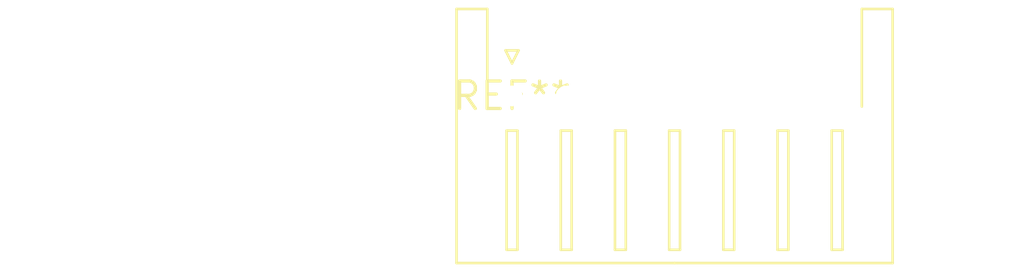
<source format=kicad_pcb>
(kicad_pcb (version 20240108) (generator pcbnew)
  (layers (0 "F.Cu" signal) (31 "B.Cu" signal) (34 "B.Paste" user) (35 "F.Paste" user) (36 "B.SilkS" user "B.Silkscreen") (37 "F.SilkS" user "F.Silkscreen") (38 "B.Mask" user) (39 "F.Mask" user) (44 "Edge.Cuts" user))
  (net 0 "")
  (footprint "JST_XH_S7B-XH-A-1_1x07_P2.50mm_Horizontal" (layer "F.Cu") (at 0 0)
    (property "Reference" "REF**")
    (property "Value" "JST_XH_S7B-XH-A-1_1x07_P2.50mm_Horizontal")
    (fp_line (start -2.56 -4.01) (end -1.14 -4.01) (layer "F.SilkS") (stroke (width 0.12)))
    (fp_line (start -2.56 7.71) (end -2.56 -4.01) (layer "F.SilkS") (stroke (width 0.12)))
    (fp_line (start -1.14 -4.01) (end -1.14 0.49) (layer "F.SilkS") (stroke (width 0.12)))
    (fp_line (start -0.3 -2.1) (end 0.3 -2.1) (layer "F.SilkS") (stroke (width 0.12)))
    (fp_line (start -0.25 1.6) (end -0.25 7.1) (layer "F.SilkS") (stroke (width 0.12)))
    (fp_line (start -0.25 7.1) (end 0.25 7.1) (layer "F.SilkS") (stroke (width 0.12)))
    (fp_line (start 0 -1.5) (end -0.3 -2.1) (layer "F.SilkS") (stroke (width 0.12)))
    (fp_line (start 0.25 1.6) (end -0.25 1.6) (layer "F.SilkS") (stroke (width 0.12)))
    (fp_line (start 0.25 7.1) (end 0.25 1.6) (layer "F.SilkS") (stroke (width 0.12)))
    (fp_line (start 0.3 -2.1) (end 0 -1.5) (layer "F.SilkS") (stroke (width 0.12)))
    (fp_line (start 2.25 1.6) (end 2.25 7.1) (layer "F.SilkS") (stroke (width 0.12)))
    (fp_line (start 2.25 7.1) (end 2.75 7.1) (layer "F.SilkS") (stroke (width 0.12)))
    (fp_line (start 2.75 1.6) (end 2.25 1.6) (layer "F.SilkS") (stroke (width 0.12)))
    (fp_line (start 2.75 7.1) (end 2.75 1.6) (layer "F.SilkS") (stroke (width 0.12)))
    (fp_line (start 4.75 1.6) (end 4.75 7.1) (layer "F.SilkS") (stroke (width 0.12)))
    (fp_line (start 4.75 7.1) (end 5.25 7.1) (layer "F.SilkS") (stroke (width 0.12)))
    (fp_line (start 5.25 1.6) (end 4.75 1.6) (layer "F.SilkS") (stroke (width 0.12)))
    (fp_line (start 5.25 7.1) (end 5.25 1.6) (layer "F.SilkS") (stroke (width 0.12)))
    (fp_line (start 7.25 1.6) (end 7.25 7.1) (layer "F.SilkS") (stroke (width 0.12)))
    (fp_line (start 7.25 7.1) (end 7.75 7.1) (layer "F.SilkS") (stroke (width 0.12)))
    (fp_line (start 7.5 7.71) (end -2.56 7.71) (layer "F.SilkS") (stroke (width 0.12)))
    (fp_line (start 7.5 7.71) (end 17.56 7.71) (layer "F.SilkS") (stroke (width 0.12)))
    (fp_line (start 7.75 1.6) (end 7.25 1.6) (layer "F.SilkS") (stroke (width 0.12)))
    (fp_line (start 7.75 7.1) (end 7.75 1.6) (layer "F.SilkS") (stroke (width 0.12)))
    (fp_line (start 9.75 1.6) (end 9.75 7.1) (layer "F.SilkS") (stroke (width 0.12)))
    (fp_line (start 9.75 7.1) (end 10.25 7.1) (layer "F.SilkS") (stroke (width 0.12)))
    (fp_line (start 10.25 1.6) (end 9.75 1.6) (layer "F.SilkS") (stroke (width 0.12)))
    (fp_line (start 10.25 7.1) (end 10.25 1.6) (layer "F.SilkS") (stroke (width 0.12)))
    (fp_line (start 12.25 1.6) (end 12.25 7.1) (layer "F.SilkS") (stroke (width 0.12)))
    (fp_line (start 12.25 7.1) (end 12.75 7.1) (layer "F.SilkS") (stroke (width 0.12)))
    (fp_line (start 12.75 1.6) (end 12.25 1.6) (layer "F.SilkS") (stroke (width 0.12)))
    (fp_line (start 12.75 7.1) (end 12.75 1.6) (layer "F.SilkS") (stroke (width 0.12)))
    (fp_line (start 14.75 1.6) (end 14.75 7.1) (layer "F.SilkS") (stroke (width 0.12)))
    (fp_line (start 14.75 7.1) (end 15.25 7.1) (layer "F.SilkS") (stroke (width 0.12)))
    (fp_line (start 15.25 1.6) (end 14.75 1.6) (layer "F.SilkS") (stroke (width 0.12)))
    (fp_line (start 15.25 7.1) (end 15.25 1.6) (layer "F.SilkS") (stroke (width 0.12)))
    (fp_line (start 16.14 -4.01) (end 16.14 0.49) (layer "F.SilkS") (stroke (width 0.12)))
    (fp_line (start 17.56 -4.01) (end 16.14 -4.01) (layer "F.SilkS") (stroke (width 0.12)))
    (fp_line (start 17.56 7.71) (end 17.56 -4.01) (layer "F.SilkS") (stroke (width 0.12)))
    (pad "1" thru_hole roundrect (at 0 0) (size 1.7 1.95) (drill 0.95) (layers *.Cu *.Mask) (remove_unused_layers) (roundrect_rratio 0.147059))
    (pad "2" thru_hole oval (at 2.5 0) (size 1.7 1.95) (drill 0.95) (layers *.Cu *.Mask) (remove_unused_layers))
    (pad "3" thru_hole oval (at 5 0) (size 1.7 1.95) (drill 0.95) (layers *.Cu *.Mask) (remove_unused_layers))
    (pad "4" thru_hole oval (at 7.5 0) (size 1.7 1.95) (drill 0.95) (layers *.Cu *.Mask) (remove_unused_layers))
    (pad "5" thru_hole oval (at 10 0) (size 1.7 1.95) (drill 0.95) (layers *.Cu *.Mask) (remove_unused_layers))
    (pad "6" thru_hole oval (at 12.5 0) (size 1.7 1.95) (drill 0.95) (layers *.Cu *.Mask) (remove_unused_layers))
    (pad "7" thru_hole oval (at 15 0) (size 1.7 1.95) (drill 0.95) (layers *.Cu *.Mask) (remove_unused_layers))
  )
)
</source>
